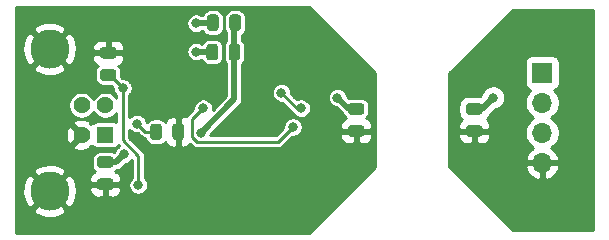
<source format=gbl>
G04 #@! TF.GenerationSoftware,KiCad,Pcbnew,(5.1.6)-1*
G04 #@! TF.CreationDate,2020-09-01T22:28:32+02:00*
G04 #@! TF.ProjectId,UtU,5574552e-6b69-4636-9164-5f7063625858,rev?*
G04 #@! TF.SameCoordinates,Original*
G04 #@! TF.FileFunction,Copper,L2,Bot*
G04 #@! TF.FilePolarity,Positive*
%FSLAX46Y46*%
G04 Gerber Fmt 4.6, Leading zero omitted, Abs format (unit mm)*
G04 Created by KiCad (PCBNEW (5.1.6)-1) date 2020-09-01 22:28:32*
%MOMM*%
%LPD*%
G01*
G04 APERTURE LIST*
G04 #@! TA.AperFunction,ComponentPad*
%ADD10O,1.700000X1.700000*%
G04 #@! TD*
G04 #@! TA.AperFunction,ComponentPad*
%ADD11R,1.700000X1.700000*%
G04 #@! TD*
G04 #@! TA.AperFunction,ComponentPad*
%ADD12C,3.316000*%
G04 #@! TD*
G04 #@! TA.AperFunction,ComponentPad*
%ADD13C,1.428000*%
G04 #@! TD*
G04 #@! TA.AperFunction,ComponentPad*
%ADD14R,1.428000X1.428000*%
G04 #@! TD*
G04 #@! TA.AperFunction,ViaPad*
%ADD15C,0.800000*%
G04 #@! TD*
G04 #@! TA.AperFunction,Conductor*
%ADD16C,0.500000*%
G04 #@! TD*
G04 #@! TA.AperFunction,Conductor*
%ADD17C,0.250000*%
G04 #@! TD*
G04 #@! TA.AperFunction,Conductor*
%ADD18C,0.254000*%
G04 #@! TD*
G04 APERTURE END LIST*
G04 #@! TO.P,R4,2*
G04 #@! TO.N,VCCusb*
G04 #@! TA.AperFunction,SMDPad,CuDef*
G36*
G01*
X123512500Y-57206250D02*
X123512500Y-56293750D01*
G75*
G02*
X123756250Y-56050000I243750J0D01*
G01*
X124243750Y-56050000D01*
G75*
G02*
X124487500Y-56293750I0J-243750D01*
G01*
X124487500Y-57206250D01*
G75*
G02*
X124243750Y-57450000I-243750J0D01*
G01*
X123756250Y-57450000D01*
G75*
G02*
X123512500Y-57206250I0J243750D01*
G01*
G37*
G04 #@! TD.AperFunction*
G04 #@! TO.P,R4,1*
G04 #@! TO.N,Net-(D3-Pad2)*
G04 #@! TA.AperFunction,SMDPad,CuDef*
G36*
G01*
X121637500Y-57206250D02*
X121637500Y-56293750D01*
G75*
G02*
X121881250Y-56050000I243750J0D01*
G01*
X122368750Y-56050000D01*
G75*
G02*
X122612500Y-56293750I0J-243750D01*
G01*
X122612500Y-57206250D01*
G75*
G02*
X122368750Y-57450000I-243750J0D01*
G01*
X121881250Y-57450000D01*
G75*
G02*
X121637500Y-57206250I0J243750D01*
G01*
G37*
G04 #@! TD.AperFunction*
G04 #@! TD*
G04 #@! TO.P,R3,2*
G04 #@! TO.N,VCCusb*
G04 #@! TA.AperFunction,SMDPad,CuDef*
G36*
G01*
X123450000Y-59706250D02*
X123450000Y-58793750D01*
G75*
G02*
X123693750Y-58550000I243750J0D01*
G01*
X124181250Y-58550000D01*
G75*
G02*
X124425000Y-58793750I0J-243750D01*
G01*
X124425000Y-59706250D01*
G75*
G02*
X124181250Y-59950000I-243750J0D01*
G01*
X123693750Y-59950000D01*
G75*
G02*
X123450000Y-59706250I0J243750D01*
G01*
G37*
G04 #@! TD.AperFunction*
G04 #@! TO.P,R3,1*
G04 #@! TO.N,Net-(D2-Pad2)*
G04 #@! TA.AperFunction,SMDPad,CuDef*
G36*
G01*
X121575000Y-59706250D02*
X121575000Y-58793750D01*
G75*
G02*
X121818750Y-58550000I243750J0D01*
G01*
X122306250Y-58550000D01*
G75*
G02*
X122550000Y-58793750I0J-243750D01*
G01*
X122550000Y-59706250D01*
G75*
G02*
X122306250Y-59950000I-243750J0D01*
G01*
X121818750Y-59950000D01*
G75*
G02*
X121575000Y-59706250I0J243750D01*
G01*
G37*
G04 #@! TD.AperFunction*
G04 #@! TD*
D10*
G04 #@! TO.P,J2,4*
G04 #@! TO.N,GND2*
X150000000Y-68620000D03*
G04 #@! TO.P,J2,3*
G04 #@! TO.N,ISOTX*
X150000000Y-66080000D03*
G04 #@! TO.P,J2,2*
G04 #@! TO.N,ISORX*
X150000000Y-63540000D03*
D11*
G04 #@! TO.P,J2,1*
G04 #@! TO.N,Net-(C5-Pad2)*
X150000000Y-61000000D03*
G04 #@! TD*
D12*
G04 #@! TO.P,J1,5*
G04 #@! TO.N,GND1*
X108290000Y-71020000D03*
X108290000Y-58980000D03*
D13*
G04 #@! TO.P,J1,4*
X111000000Y-66250000D03*
G04 #@! TO.P,J1,3*
G04 #@! TO.N,D+*
X111000000Y-63750000D03*
D14*
G04 #@! TO.P,J1,1*
G04 #@! TO.N,Net-(C1-Pad2)*
X113000000Y-66250000D03*
D13*
G04 #@! TO.P,J1,2*
G04 #@! TO.N,D-*
X113000000Y-63750000D03*
G04 #@! TD*
G04 #@! TO.P,C5,2*
G04 #@! TO.N,Net-(C5-Pad2)*
G04 #@! TA.AperFunction,SMDPad,CuDef*
G36*
G01*
X144706250Y-64550000D02*
X143793750Y-64550000D01*
G75*
G02*
X143550000Y-64306250I0J243750D01*
G01*
X143550000Y-63818750D01*
G75*
G02*
X143793750Y-63575000I243750J0D01*
G01*
X144706250Y-63575000D01*
G75*
G02*
X144950000Y-63818750I0J-243750D01*
G01*
X144950000Y-64306250D01*
G75*
G02*
X144706250Y-64550000I-243750J0D01*
G01*
G37*
G04 #@! TD.AperFunction*
G04 #@! TO.P,C5,1*
G04 #@! TO.N,GND2*
G04 #@! TA.AperFunction,SMDPad,CuDef*
G36*
G01*
X144706250Y-66425000D02*
X143793750Y-66425000D01*
G75*
G02*
X143550000Y-66181250I0J243750D01*
G01*
X143550000Y-65693750D01*
G75*
G02*
X143793750Y-65450000I243750J0D01*
G01*
X144706250Y-65450000D01*
G75*
G02*
X144950000Y-65693750I0J-243750D01*
G01*
X144950000Y-66181250D01*
G75*
G02*
X144706250Y-66425000I-243750J0D01*
G01*
G37*
G04 #@! TD.AperFunction*
G04 #@! TD*
G04 #@! TO.P,C4,2*
G04 #@! TO.N,GND1*
G04 #@! TA.AperFunction,SMDPad,CuDef*
G36*
G01*
X113706250Y-59800000D02*
X112793750Y-59800000D01*
G75*
G02*
X112550000Y-59556250I0J243750D01*
G01*
X112550000Y-59068750D01*
G75*
G02*
X112793750Y-58825000I243750J0D01*
G01*
X113706250Y-58825000D01*
G75*
G02*
X113950000Y-59068750I0J-243750D01*
G01*
X113950000Y-59556250D01*
G75*
G02*
X113706250Y-59800000I-243750J0D01*
G01*
G37*
G04 #@! TD.AperFunction*
G04 #@! TO.P,C4,1*
G04 #@! TO.N,D+*
G04 #@! TA.AperFunction,SMDPad,CuDef*
G36*
G01*
X113706250Y-61675000D02*
X112793750Y-61675000D01*
G75*
G02*
X112550000Y-61431250I0J243750D01*
G01*
X112550000Y-60943750D01*
G75*
G02*
X112793750Y-60700000I243750J0D01*
G01*
X113706250Y-60700000D01*
G75*
G02*
X113950000Y-60943750I0J-243750D01*
G01*
X113950000Y-61431250D01*
G75*
G02*
X113706250Y-61675000I-243750J0D01*
G01*
G37*
G04 #@! TD.AperFunction*
G04 #@! TD*
G04 #@! TO.P,C3,2*
G04 #@! TO.N,GND1*
G04 #@! TA.AperFunction,SMDPad,CuDef*
G36*
G01*
X118700000Y-66456250D02*
X118700000Y-65543750D01*
G75*
G02*
X118943750Y-65300000I243750J0D01*
G01*
X119431250Y-65300000D01*
G75*
G02*
X119675000Y-65543750I0J-243750D01*
G01*
X119675000Y-66456250D01*
G75*
G02*
X119431250Y-66700000I-243750J0D01*
G01*
X118943750Y-66700000D01*
G75*
G02*
X118700000Y-66456250I0J243750D01*
G01*
G37*
G04 #@! TD.AperFunction*
G04 #@! TO.P,C3,1*
G04 #@! TO.N,D-*
G04 #@! TA.AperFunction,SMDPad,CuDef*
G36*
G01*
X116825000Y-66456250D02*
X116825000Y-65543750D01*
G75*
G02*
X117068750Y-65300000I243750J0D01*
G01*
X117556250Y-65300000D01*
G75*
G02*
X117800000Y-65543750I0J-243750D01*
G01*
X117800000Y-66456250D01*
G75*
G02*
X117556250Y-66700000I-243750J0D01*
G01*
X117068750Y-66700000D01*
G75*
G02*
X116825000Y-66456250I0J243750D01*
G01*
G37*
G04 #@! TD.AperFunction*
G04 #@! TD*
G04 #@! TO.P,C2,2*
G04 #@! TO.N,GND1*
G04 #@! TA.AperFunction,SMDPad,CuDef*
G36*
G01*
X133793750Y-65450000D02*
X134706250Y-65450000D01*
G75*
G02*
X134950000Y-65693750I0J-243750D01*
G01*
X134950000Y-66181250D01*
G75*
G02*
X134706250Y-66425000I-243750J0D01*
G01*
X133793750Y-66425000D01*
G75*
G02*
X133550000Y-66181250I0J243750D01*
G01*
X133550000Y-65693750D01*
G75*
G02*
X133793750Y-65450000I243750J0D01*
G01*
G37*
G04 #@! TD.AperFunction*
G04 #@! TO.P,C2,1*
G04 #@! TO.N,VCCio*
G04 #@! TA.AperFunction,SMDPad,CuDef*
G36*
G01*
X133793750Y-63575000D02*
X134706250Y-63575000D01*
G75*
G02*
X134950000Y-63818750I0J-243750D01*
G01*
X134950000Y-64306250D01*
G75*
G02*
X134706250Y-64550000I-243750J0D01*
G01*
X133793750Y-64550000D01*
G75*
G02*
X133550000Y-64306250I0J243750D01*
G01*
X133550000Y-63818750D01*
G75*
G02*
X133793750Y-63575000I243750J0D01*
G01*
G37*
G04 #@! TD.AperFunction*
G04 #@! TD*
G04 #@! TO.P,C1,2*
G04 #@! TO.N,Net-(C1-Pad2)*
G04 #@! TA.AperFunction,SMDPad,CuDef*
G36*
G01*
X113456250Y-69050000D02*
X112543750Y-69050000D01*
G75*
G02*
X112300000Y-68806250I0J243750D01*
G01*
X112300000Y-68318750D01*
G75*
G02*
X112543750Y-68075000I243750J0D01*
G01*
X113456250Y-68075000D01*
G75*
G02*
X113700000Y-68318750I0J-243750D01*
G01*
X113700000Y-68806250D01*
G75*
G02*
X113456250Y-69050000I-243750J0D01*
G01*
G37*
G04 #@! TD.AperFunction*
G04 #@! TO.P,C1,1*
G04 #@! TO.N,GND1*
G04 #@! TA.AperFunction,SMDPad,CuDef*
G36*
G01*
X113456250Y-70925000D02*
X112543750Y-70925000D01*
G75*
G02*
X112300000Y-70681250I0J243750D01*
G01*
X112300000Y-70193750D01*
G75*
G02*
X112543750Y-69950000I243750J0D01*
G01*
X113456250Y-69950000D01*
G75*
G02*
X113700000Y-70193750I0J-243750D01*
G01*
X113700000Y-70681250D01*
G75*
G02*
X113456250Y-70925000I-243750J0D01*
G01*
G37*
G04 #@! TD.AperFunction*
G04 #@! TD*
D15*
G04 #@! TO.N,Net-(C1-Pad2)*
X114600000Y-67900000D03*
G04 #@! TO.N,GND1*
X121000000Y-70700000D03*
X132000000Y-61000000D03*
X131000000Y-60000000D03*
X130000000Y-59000000D03*
X129000000Y-58000000D03*
X128000000Y-57000000D03*
X127000000Y-58000000D03*
X126000000Y-59000000D03*
X126000000Y-61000000D03*
X126000000Y-57000000D03*
X115000000Y-57000000D03*
X113000000Y-57000000D03*
X111000000Y-57000000D03*
X111000000Y-61000000D03*
X116000000Y-61000000D03*
X116000000Y-59000000D03*
X108000000Y-67000000D03*
X108000000Y-65000000D03*
X108000000Y-63000000D03*
X111000000Y-73000000D03*
X127000000Y-73000000D03*
X127000000Y-71000000D03*
X127000000Y-69000000D03*
X129000000Y-69000000D03*
X129000000Y-71000000D03*
X129000000Y-73000000D03*
X131000000Y-73000000D03*
X131000000Y-71000000D03*
X131000000Y-69000000D03*
X133000000Y-70000000D03*
G04 #@! TO.N,VCCio*
X132655000Y-63095000D03*
X121300000Y-64000000D03*
X128900000Y-65600000D03*
G04 #@! TO.N,D-*
X115700000Y-65300000D03*
G04 #@! TO.N,D+*
X114500000Y-62300000D03*
X115800000Y-70500000D03*
G04 #@! TO.N,Net-(C5-Pad2)*
X145845000Y-63095000D03*
G04 #@! TO.N,GND2*
X152500000Y-72500000D03*
X152500000Y-70000000D03*
X152500000Y-67500000D03*
X152500000Y-65000000D03*
X152500000Y-62500000D03*
X152500000Y-60000000D03*
X152500000Y-57500000D03*
X150000000Y-57500000D03*
X147500000Y-57500000D03*
X147500000Y-60000000D03*
X145000000Y-60000000D03*
X145000000Y-70000000D03*
X147500000Y-70000000D03*
X147500000Y-72500000D03*
X150000000Y-72500000D03*
X147500000Y-67500000D03*
G04 #@! TO.N,VCCusb*
X121100000Y-66100000D03*
G04 #@! TO.N,Net-(D2-Pad2)*
X120700000Y-59200000D03*
G04 #@! TO.N,Net-(D3-Pad2)*
X120700000Y-56800000D03*
G04 #@! TO.N,RX*
X129600000Y-64000000D03*
X127911924Y-62695385D03*
G04 #@! TD*
D16*
G04 #@! TO.N,Net-(C1-Pad2)*
X113000000Y-68562500D02*
X113937500Y-68562500D01*
X113937500Y-68562500D02*
X114600000Y-67900000D01*
G04 #@! TO.N,VCCio*
X134250000Y-64062500D02*
X133622500Y-64062500D01*
X133622500Y-64062500D02*
X132655000Y-63095000D01*
D17*
X120374999Y-64925001D02*
X120374999Y-66448001D01*
X121300000Y-64000000D02*
X120374999Y-64925001D01*
X120751999Y-66825001D02*
X127674999Y-66825001D01*
X120374999Y-66448001D02*
X120751999Y-66825001D01*
X127674999Y-66825001D02*
X128900000Y-65600000D01*
G04 #@! TO.N,D-*
X117312500Y-66000000D02*
X116400000Y-66000000D01*
X116400000Y-66000000D02*
X115700000Y-65300000D01*
G04 #@! TO.N,D+*
X113250000Y-61187500D02*
X113387500Y-61187500D01*
X113387500Y-61187500D02*
X114500000Y-62300000D01*
X114500000Y-66726998D02*
X114500000Y-62300000D01*
X115800000Y-68026998D02*
X114500000Y-66726998D01*
X115800000Y-70500000D02*
X115800000Y-68026998D01*
D16*
G04 #@! TO.N,Net-(C5-Pad2)*
X144877500Y-64062500D02*
X145845000Y-63095000D01*
X144250000Y-64062500D02*
X144877500Y-64062500D01*
G04 #@! TO.N,VCCusb*
X123937500Y-63262500D02*
X123937500Y-59250000D01*
X121100000Y-66100000D02*
X123937500Y-63262500D01*
X123937500Y-56812500D02*
X124000000Y-56750000D01*
X123937500Y-59250000D02*
X123937500Y-56812500D01*
G04 #@! TO.N,Net-(D2-Pad2)*
X122012500Y-59200000D02*
X122062500Y-59250000D01*
X120700000Y-59200000D02*
X122012500Y-59200000D01*
G04 #@! TO.N,Net-(D3-Pad2)*
X122125000Y-56750000D02*
X120750000Y-56750000D01*
X120750000Y-56750000D02*
X120700000Y-56800000D01*
D17*
G04 #@! TO.N,RX*
X129600000Y-64000000D02*
X129216539Y-64000000D01*
X129216539Y-64000000D02*
X127911924Y-62695385D01*
G04 #@! TD*
D18*
G04 #@! TO.N,GND2*
G36*
X154340001Y-74340000D02*
G01*
X147519606Y-74340000D01*
X142156496Y-68976890D01*
X148558524Y-68976890D01*
X148603175Y-69124099D01*
X148728359Y-69386920D01*
X148902412Y-69620269D01*
X149118645Y-69815178D01*
X149368748Y-69964157D01*
X149643109Y-70061481D01*
X149873000Y-69940814D01*
X149873000Y-68747000D01*
X150127000Y-68747000D01*
X150127000Y-69940814D01*
X150356891Y-70061481D01*
X150631252Y-69964157D01*
X150881355Y-69815178D01*
X151097588Y-69620269D01*
X151271641Y-69386920D01*
X151396825Y-69124099D01*
X151441476Y-68976890D01*
X151320155Y-68747000D01*
X150127000Y-68747000D01*
X149873000Y-68747000D01*
X148679845Y-68747000D01*
X148558524Y-68976890D01*
X142156496Y-68976890D01*
X142127000Y-68947394D01*
X142127000Y-66425000D01*
X142911928Y-66425000D01*
X142924188Y-66549482D01*
X142960498Y-66669180D01*
X143019463Y-66779494D01*
X143098815Y-66876185D01*
X143195506Y-66955537D01*
X143305820Y-67014502D01*
X143425518Y-67050812D01*
X143550000Y-67063072D01*
X143964250Y-67060000D01*
X144123000Y-66901250D01*
X144123000Y-66064500D01*
X144377000Y-66064500D01*
X144377000Y-66901250D01*
X144535750Y-67060000D01*
X144950000Y-67063072D01*
X145074482Y-67050812D01*
X145194180Y-67014502D01*
X145304494Y-66955537D01*
X145401185Y-66876185D01*
X145480537Y-66779494D01*
X145539502Y-66669180D01*
X145575812Y-66549482D01*
X145588072Y-66425000D01*
X145585000Y-66223250D01*
X145426250Y-66064500D01*
X144377000Y-66064500D01*
X144123000Y-66064500D01*
X143073750Y-66064500D01*
X142915000Y-66223250D01*
X142911928Y-66425000D01*
X142127000Y-66425000D01*
X142127000Y-63818750D01*
X142911928Y-63818750D01*
X142911928Y-64306250D01*
X142928872Y-64478285D01*
X142979053Y-64643709D01*
X143060542Y-64796164D01*
X143170208Y-64929792D01*
X143176564Y-64935008D01*
X143098815Y-64998815D01*
X143019463Y-65095506D01*
X142960498Y-65205820D01*
X142924188Y-65325518D01*
X142911928Y-65450000D01*
X142915000Y-65651750D01*
X143073750Y-65810500D01*
X144123000Y-65810500D01*
X144123000Y-65790500D01*
X144377000Y-65790500D01*
X144377000Y-65810500D01*
X145426250Y-65810500D01*
X145585000Y-65651750D01*
X145588072Y-65450000D01*
X145575812Y-65325518D01*
X145539502Y-65205820D01*
X145480537Y-65095506D01*
X145401185Y-64998815D01*
X145323436Y-64935008D01*
X145329792Y-64929792D01*
X145439458Y-64796164D01*
X145487047Y-64707132D01*
X145506317Y-64691317D01*
X145534034Y-64657544D01*
X146090044Y-64101535D01*
X146146898Y-64090226D01*
X146335256Y-64012205D01*
X146504774Y-63898937D01*
X146648937Y-63754774D01*
X146762205Y-63585256D01*
X146840226Y-63396898D01*
X146880000Y-63196939D01*
X146880000Y-62993061D01*
X146840226Y-62793102D01*
X146762205Y-62604744D01*
X146648937Y-62435226D01*
X146504774Y-62291063D01*
X146335256Y-62177795D01*
X146146898Y-62099774D01*
X145946939Y-62060000D01*
X145743061Y-62060000D01*
X145543102Y-62099774D01*
X145354744Y-62177795D01*
X145185226Y-62291063D01*
X145041063Y-62435226D01*
X144927795Y-62604744D01*
X144849774Y-62793102D01*
X144838465Y-62849956D01*
X144747437Y-62940985D01*
X144706250Y-62936928D01*
X143793750Y-62936928D01*
X143621715Y-62953872D01*
X143456291Y-63004053D01*
X143303836Y-63085542D01*
X143170208Y-63195208D01*
X143060542Y-63328836D01*
X142979053Y-63481291D01*
X142928872Y-63646715D01*
X142911928Y-63818750D01*
X142127000Y-63818750D01*
X142127000Y-61052606D01*
X143029606Y-60150000D01*
X148511928Y-60150000D01*
X148511928Y-61850000D01*
X148524188Y-61974482D01*
X148560498Y-62094180D01*
X148619463Y-62204494D01*
X148698815Y-62301185D01*
X148795506Y-62380537D01*
X148905820Y-62439502D01*
X148978380Y-62461513D01*
X148846525Y-62593368D01*
X148684010Y-62836589D01*
X148572068Y-63106842D01*
X148515000Y-63393740D01*
X148515000Y-63686260D01*
X148572068Y-63973158D01*
X148684010Y-64243411D01*
X148846525Y-64486632D01*
X149053368Y-64693475D01*
X149227760Y-64810000D01*
X149053368Y-64926525D01*
X148846525Y-65133368D01*
X148684010Y-65376589D01*
X148572068Y-65646842D01*
X148515000Y-65933740D01*
X148515000Y-66226260D01*
X148572068Y-66513158D01*
X148684010Y-66783411D01*
X148846525Y-67026632D01*
X149053368Y-67233475D01*
X149235534Y-67355195D01*
X149118645Y-67424822D01*
X148902412Y-67619731D01*
X148728359Y-67853080D01*
X148603175Y-68115901D01*
X148558524Y-68263110D01*
X148679845Y-68493000D01*
X149873000Y-68493000D01*
X149873000Y-68473000D01*
X150127000Y-68473000D01*
X150127000Y-68493000D01*
X151320155Y-68493000D01*
X151441476Y-68263110D01*
X151396825Y-68115901D01*
X151271641Y-67853080D01*
X151097588Y-67619731D01*
X150881355Y-67424822D01*
X150764466Y-67355195D01*
X150946632Y-67233475D01*
X151153475Y-67026632D01*
X151315990Y-66783411D01*
X151427932Y-66513158D01*
X151485000Y-66226260D01*
X151485000Y-65933740D01*
X151427932Y-65646842D01*
X151315990Y-65376589D01*
X151153475Y-65133368D01*
X150946632Y-64926525D01*
X150772240Y-64810000D01*
X150946632Y-64693475D01*
X151153475Y-64486632D01*
X151315990Y-64243411D01*
X151427932Y-63973158D01*
X151485000Y-63686260D01*
X151485000Y-63393740D01*
X151427932Y-63106842D01*
X151315990Y-62836589D01*
X151153475Y-62593368D01*
X151021620Y-62461513D01*
X151094180Y-62439502D01*
X151204494Y-62380537D01*
X151301185Y-62301185D01*
X151380537Y-62204494D01*
X151439502Y-62094180D01*
X151475812Y-61974482D01*
X151488072Y-61850000D01*
X151488072Y-60150000D01*
X151475812Y-60025518D01*
X151439502Y-59905820D01*
X151380537Y-59795506D01*
X151301185Y-59698815D01*
X151204494Y-59619463D01*
X151094180Y-59560498D01*
X150974482Y-59524188D01*
X150850000Y-59511928D01*
X149150000Y-59511928D01*
X149025518Y-59524188D01*
X148905820Y-59560498D01*
X148795506Y-59619463D01*
X148698815Y-59698815D01*
X148619463Y-59795506D01*
X148560498Y-59905820D01*
X148524188Y-60025518D01*
X148511928Y-60150000D01*
X143029606Y-60150000D01*
X147519606Y-55660000D01*
X154340000Y-55660000D01*
X154340001Y-74340000D01*
G37*
X154340001Y-74340000D02*
X147519606Y-74340000D01*
X142156496Y-68976890D01*
X148558524Y-68976890D01*
X148603175Y-69124099D01*
X148728359Y-69386920D01*
X148902412Y-69620269D01*
X149118645Y-69815178D01*
X149368748Y-69964157D01*
X149643109Y-70061481D01*
X149873000Y-69940814D01*
X149873000Y-68747000D01*
X150127000Y-68747000D01*
X150127000Y-69940814D01*
X150356891Y-70061481D01*
X150631252Y-69964157D01*
X150881355Y-69815178D01*
X151097588Y-69620269D01*
X151271641Y-69386920D01*
X151396825Y-69124099D01*
X151441476Y-68976890D01*
X151320155Y-68747000D01*
X150127000Y-68747000D01*
X149873000Y-68747000D01*
X148679845Y-68747000D01*
X148558524Y-68976890D01*
X142156496Y-68976890D01*
X142127000Y-68947394D01*
X142127000Y-66425000D01*
X142911928Y-66425000D01*
X142924188Y-66549482D01*
X142960498Y-66669180D01*
X143019463Y-66779494D01*
X143098815Y-66876185D01*
X143195506Y-66955537D01*
X143305820Y-67014502D01*
X143425518Y-67050812D01*
X143550000Y-67063072D01*
X143964250Y-67060000D01*
X144123000Y-66901250D01*
X144123000Y-66064500D01*
X144377000Y-66064500D01*
X144377000Y-66901250D01*
X144535750Y-67060000D01*
X144950000Y-67063072D01*
X145074482Y-67050812D01*
X145194180Y-67014502D01*
X145304494Y-66955537D01*
X145401185Y-66876185D01*
X145480537Y-66779494D01*
X145539502Y-66669180D01*
X145575812Y-66549482D01*
X145588072Y-66425000D01*
X145585000Y-66223250D01*
X145426250Y-66064500D01*
X144377000Y-66064500D01*
X144123000Y-66064500D01*
X143073750Y-66064500D01*
X142915000Y-66223250D01*
X142911928Y-66425000D01*
X142127000Y-66425000D01*
X142127000Y-63818750D01*
X142911928Y-63818750D01*
X142911928Y-64306250D01*
X142928872Y-64478285D01*
X142979053Y-64643709D01*
X143060542Y-64796164D01*
X143170208Y-64929792D01*
X143176564Y-64935008D01*
X143098815Y-64998815D01*
X143019463Y-65095506D01*
X142960498Y-65205820D01*
X142924188Y-65325518D01*
X142911928Y-65450000D01*
X142915000Y-65651750D01*
X143073750Y-65810500D01*
X144123000Y-65810500D01*
X144123000Y-65790500D01*
X144377000Y-65790500D01*
X144377000Y-65810500D01*
X145426250Y-65810500D01*
X145585000Y-65651750D01*
X145588072Y-65450000D01*
X145575812Y-65325518D01*
X145539502Y-65205820D01*
X145480537Y-65095506D01*
X145401185Y-64998815D01*
X145323436Y-64935008D01*
X145329792Y-64929792D01*
X145439458Y-64796164D01*
X145487047Y-64707132D01*
X145506317Y-64691317D01*
X145534034Y-64657544D01*
X146090044Y-64101535D01*
X146146898Y-64090226D01*
X146335256Y-64012205D01*
X146504774Y-63898937D01*
X146648937Y-63754774D01*
X146762205Y-63585256D01*
X146840226Y-63396898D01*
X146880000Y-63196939D01*
X146880000Y-62993061D01*
X146840226Y-62793102D01*
X146762205Y-62604744D01*
X146648937Y-62435226D01*
X146504774Y-62291063D01*
X146335256Y-62177795D01*
X146146898Y-62099774D01*
X145946939Y-62060000D01*
X145743061Y-62060000D01*
X145543102Y-62099774D01*
X145354744Y-62177795D01*
X145185226Y-62291063D01*
X145041063Y-62435226D01*
X144927795Y-62604744D01*
X144849774Y-62793102D01*
X144838465Y-62849956D01*
X144747437Y-62940985D01*
X144706250Y-62936928D01*
X143793750Y-62936928D01*
X143621715Y-62953872D01*
X143456291Y-63004053D01*
X143303836Y-63085542D01*
X143170208Y-63195208D01*
X143060542Y-63328836D01*
X142979053Y-63481291D01*
X142928872Y-63646715D01*
X142911928Y-63818750D01*
X142127000Y-63818750D01*
X142127000Y-61052606D01*
X143029606Y-60150000D01*
X148511928Y-60150000D01*
X148511928Y-61850000D01*
X148524188Y-61974482D01*
X148560498Y-62094180D01*
X148619463Y-62204494D01*
X148698815Y-62301185D01*
X148795506Y-62380537D01*
X148905820Y-62439502D01*
X148978380Y-62461513D01*
X148846525Y-62593368D01*
X148684010Y-62836589D01*
X148572068Y-63106842D01*
X148515000Y-63393740D01*
X148515000Y-63686260D01*
X148572068Y-63973158D01*
X148684010Y-64243411D01*
X148846525Y-64486632D01*
X149053368Y-64693475D01*
X149227760Y-64810000D01*
X149053368Y-64926525D01*
X148846525Y-65133368D01*
X148684010Y-65376589D01*
X148572068Y-65646842D01*
X148515000Y-65933740D01*
X148515000Y-66226260D01*
X148572068Y-66513158D01*
X148684010Y-66783411D01*
X148846525Y-67026632D01*
X149053368Y-67233475D01*
X149235534Y-67355195D01*
X149118645Y-67424822D01*
X148902412Y-67619731D01*
X148728359Y-67853080D01*
X148603175Y-68115901D01*
X148558524Y-68263110D01*
X148679845Y-68493000D01*
X149873000Y-68493000D01*
X149873000Y-68473000D01*
X150127000Y-68473000D01*
X150127000Y-68493000D01*
X151320155Y-68493000D01*
X151441476Y-68263110D01*
X151396825Y-68115901D01*
X151271641Y-67853080D01*
X151097588Y-67619731D01*
X150881355Y-67424822D01*
X150764466Y-67355195D01*
X150946632Y-67233475D01*
X151153475Y-67026632D01*
X151315990Y-66783411D01*
X151427932Y-66513158D01*
X151485000Y-66226260D01*
X151485000Y-65933740D01*
X151427932Y-65646842D01*
X151315990Y-65376589D01*
X151153475Y-65133368D01*
X150946632Y-64926525D01*
X150772240Y-64810000D01*
X150946632Y-64693475D01*
X151153475Y-64486632D01*
X151315990Y-64243411D01*
X151427932Y-63973158D01*
X151485000Y-63686260D01*
X151485000Y-63393740D01*
X151427932Y-63106842D01*
X151315990Y-62836589D01*
X151153475Y-62593368D01*
X151021620Y-62461513D01*
X151094180Y-62439502D01*
X151204494Y-62380537D01*
X151301185Y-62301185D01*
X151380537Y-62204494D01*
X151439502Y-62094180D01*
X151475812Y-61974482D01*
X151488072Y-61850000D01*
X151488072Y-60150000D01*
X151475812Y-60025518D01*
X151439502Y-59905820D01*
X151380537Y-59795506D01*
X151301185Y-59698815D01*
X151204494Y-59619463D01*
X151094180Y-59560498D01*
X150974482Y-59524188D01*
X150850000Y-59511928D01*
X149150000Y-59511928D01*
X149025518Y-59524188D01*
X148905820Y-59560498D01*
X148795506Y-59619463D01*
X148698815Y-59698815D01*
X148619463Y-59795506D01*
X148560498Y-59905820D01*
X148524188Y-60025518D01*
X148511928Y-60150000D01*
X143029606Y-60150000D01*
X147519606Y-55660000D01*
X154340000Y-55660000D01*
X154340001Y-74340000D01*
G04 #@! TO.N,GND1*
G36*
X135873000Y-61052606D02*
G01*
X135873000Y-68947394D01*
X130272394Y-74548000D01*
X105452000Y-74548000D01*
X105452000Y-72624130D01*
X106865475Y-72624130D01*
X107040491Y-72955867D01*
X107442168Y-73162437D01*
X107876428Y-73286674D01*
X108326581Y-73323804D01*
X108775328Y-73272400D01*
X109205424Y-73134438D01*
X109539509Y-72955867D01*
X109714525Y-72624130D01*
X108290000Y-71199605D01*
X106865475Y-72624130D01*
X105452000Y-72624130D01*
X105452000Y-71056581D01*
X105986196Y-71056581D01*
X106037600Y-71505328D01*
X106175562Y-71935424D01*
X106354133Y-72269509D01*
X106685870Y-72444525D01*
X108110395Y-71020000D01*
X108469605Y-71020000D01*
X109894130Y-72444525D01*
X110225867Y-72269509D01*
X110432437Y-71867832D01*
X110556674Y-71433572D01*
X110593804Y-70983419D01*
X110587113Y-70925000D01*
X111661928Y-70925000D01*
X111674188Y-71049482D01*
X111710498Y-71169180D01*
X111769463Y-71279494D01*
X111848815Y-71376185D01*
X111945506Y-71455537D01*
X112055820Y-71514502D01*
X112175518Y-71550812D01*
X112300000Y-71563072D01*
X112714250Y-71560000D01*
X112873000Y-71401250D01*
X112873000Y-70564500D01*
X113127000Y-70564500D01*
X113127000Y-71401250D01*
X113285750Y-71560000D01*
X113700000Y-71563072D01*
X113824482Y-71550812D01*
X113944180Y-71514502D01*
X114054494Y-71455537D01*
X114151185Y-71376185D01*
X114230537Y-71279494D01*
X114289502Y-71169180D01*
X114325812Y-71049482D01*
X114338072Y-70925000D01*
X114335000Y-70723250D01*
X114176250Y-70564500D01*
X113127000Y-70564500D01*
X112873000Y-70564500D01*
X111823750Y-70564500D01*
X111665000Y-70723250D01*
X111661928Y-70925000D01*
X110587113Y-70925000D01*
X110542400Y-70534672D01*
X110404438Y-70104576D01*
X110225867Y-69770491D01*
X109894130Y-69595475D01*
X108469605Y-71020000D01*
X108110395Y-71020000D01*
X106685870Y-69595475D01*
X106354133Y-69770491D01*
X106147563Y-70172168D01*
X106023326Y-70606428D01*
X105986196Y-71056581D01*
X105452000Y-71056581D01*
X105452000Y-69415870D01*
X106865475Y-69415870D01*
X108290000Y-70840395D01*
X109714525Y-69415870D01*
X109539509Y-69084133D01*
X109137832Y-68877563D01*
X108703572Y-68753326D01*
X108253419Y-68716196D01*
X107804672Y-68767600D01*
X107374576Y-68905562D01*
X107040491Y-69084133D01*
X106865475Y-69415870D01*
X105452000Y-69415870D01*
X105452000Y-66323919D01*
X109646489Y-66323919D01*
X109686918Y-66586555D01*
X109777807Y-66836258D01*
X109833530Y-66940509D01*
X110068727Y-67001668D01*
X110820395Y-66250000D01*
X110068727Y-65498332D01*
X109833530Y-65559491D01*
X109721232Y-65800326D01*
X109658076Y-66058441D01*
X109646489Y-66323919D01*
X105452000Y-66323919D01*
X105452000Y-63637621D01*
X109859000Y-63637621D01*
X109859000Y-63862379D01*
X109902848Y-64082817D01*
X109988859Y-64290466D01*
X110113727Y-64477345D01*
X110272655Y-64636273D01*
X110459534Y-64761141D01*
X110667183Y-64847152D01*
X110887621Y-64891000D01*
X111112379Y-64891000D01*
X111332817Y-64847152D01*
X111540466Y-64761141D01*
X111727345Y-64636273D01*
X111886273Y-64477345D01*
X112000000Y-64307140D01*
X112113727Y-64477345D01*
X112272655Y-64636273D01*
X112459534Y-64761141D01*
X112667183Y-64847152D01*
X112887621Y-64891000D01*
X113112379Y-64891000D01*
X113332817Y-64847152D01*
X113540466Y-64761141D01*
X113727345Y-64636273D01*
X113886273Y-64477345D01*
X113948001Y-64384963D01*
X113948000Y-65176906D01*
X113878196Y-65139595D01*
X113797707Y-65115178D01*
X113714000Y-65106934D01*
X112286000Y-65106934D01*
X112202293Y-65115178D01*
X112121804Y-65139595D01*
X112047624Y-65179245D01*
X111982605Y-65232605D01*
X111944803Y-65278667D01*
X111868264Y-65202128D01*
X111751667Y-65318725D01*
X111690509Y-65083530D01*
X111449674Y-64971232D01*
X111191559Y-64908076D01*
X110926081Y-64896489D01*
X110663445Y-64936918D01*
X110413742Y-65027807D01*
X110309491Y-65083530D01*
X110248332Y-65318727D01*
X111000000Y-66070395D01*
X111014143Y-66056253D01*
X111193748Y-66235858D01*
X111179605Y-66250000D01*
X111193748Y-66264143D01*
X111014143Y-66443748D01*
X111000000Y-66429605D01*
X110248332Y-67181273D01*
X110309491Y-67416470D01*
X110550326Y-67528768D01*
X110808441Y-67591924D01*
X111073919Y-67603511D01*
X111336555Y-67563082D01*
X111586258Y-67472193D01*
X111690509Y-67416470D01*
X111751667Y-67181275D01*
X111868264Y-67297872D01*
X111944803Y-67221333D01*
X111982605Y-67267395D01*
X112047624Y-67320755D01*
X112121804Y-67360405D01*
X112202293Y-67384822D01*
X112286000Y-67393066D01*
X113714000Y-67393066D01*
X113797707Y-67384822D01*
X113878196Y-67360405D01*
X113952376Y-67320755D01*
X114017395Y-67267395D01*
X114070755Y-67202376D01*
X114110405Y-67128196D01*
X114112066Y-67122719D01*
X114128856Y-67136498D01*
X114179023Y-67186665D01*
X114072819Y-67257628D01*
X113957628Y-67372819D01*
X113867123Y-67508269D01*
X113804782Y-67658773D01*
X113789131Y-67737454D01*
X113713726Y-67697149D01*
X113587510Y-67658862D01*
X113456250Y-67645934D01*
X112543750Y-67645934D01*
X112412490Y-67658862D01*
X112286274Y-67697149D01*
X112169953Y-67759324D01*
X112067997Y-67842997D01*
X111984324Y-67944953D01*
X111922149Y-68061274D01*
X111883862Y-68187490D01*
X111870934Y-68318750D01*
X111870934Y-68806250D01*
X111883862Y-68937510D01*
X111922149Y-69063726D01*
X111984324Y-69180047D01*
X112067997Y-69282003D01*
X112134545Y-69336617D01*
X112055820Y-69360498D01*
X111945506Y-69419463D01*
X111848815Y-69498815D01*
X111769463Y-69595506D01*
X111710498Y-69705820D01*
X111674188Y-69825518D01*
X111661928Y-69950000D01*
X111665000Y-70151750D01*
X111823750Y-70310500D01*
X112873000Y-70310500D01*
X112873000Y-70290500D01*
X113127000Y-70290500D01*
X113127000Y-70310500D01*
X114176250Y-70310500D01*
X114335000Y-70151750D01*
X114338072Y-69950000D01*
X114325812Y-69825518D01*
X114289502Y-69705820D01*
X114230537Y-69595506D01*
X114151185Y-69498815D01*
X114054494Y-69419463D01*
X113944180Y-69360498D01*
X113865455Y-69336617D01*
X113932003Y-69282003D01*
X113966545Y-69239914D01*
X113970745Y-69239500D01*
X113970752Y-69239500D01*
X114070215Y-69229704D01*
X114197830Y-69190992D01*
X114315441Y-69128128D01*
X114418527Y-69043527D01*
X114439726Y-69017696D01*
X114742582Y-68714840D01*
X114841227Y-68695218D01*
X114991731Y-68632877D01*
X115127181Y-68542372D01*
X115242372Y-68427181D01*
X115248001Y-68418757D01*
X115248000Y-69882447D01*
X115157628Y-69972819D01*
X115067123Y-70108269D01*
X115004782Y-70258773D01*
X114973000Y-70418548D01*
X114973000Y-70581452D01*
X115004782Y-70741227D01*
X115067123Y-70891731D01*
X115157628Y-71027181D01*
X115272819Y-71142372D01*
X115408269Y-71232877D01*
X115558773Y-71295218D01*
X115718548Y-71327000D01*
X115881452Y-71327000D01*
X116041227Y-71295218D01*
X116191731Y-71232877D01*
X116327181Y-71142372D01*
X116442372Y-71027181D01*
X116532877Y-70891731D01*
X116595218Y-70741227D01*
X116627000Y-70581452D01*
X116627000Y-70418548D01*
X116595218Y-70258773D01*
X116532877Y-70108269D01*
X116442372Y-69972819D01*
X116352000Y-69882447D01*
X116352000Y-68054106D01*
X116354670Y-68026998D01*
X116344012Y-67918787D01*
X116312448Y-67814735D01*
X116261191Y-67718840D01*
X116209492Y-67655844D01*
X116209491Y-67655843D01*
X116192211Y-67634787D01*
X116171154Y-67617506D01*
X115052000Y-66498354D01*
X115052000Y-65818758D01*
X115057628Y-65827181D01*
X115172819Y-65942372D01*
X115308269Y-66032877D01*
X115458773Y-66095218D01*
X115618548Y-66127000D01*
X115746355Y-66127000D01*
X115990508Y-66371154D01*
X116007789Y-66392211D01*
X116091842Y-66461191D01*
X116187737Y-66512448D01*
X116291789Y-66544012D01*
X116372891Y-66552000D01*
X116372901Y-66552000D01*
X116399999Y-66554669D01*
X116405573Y-66554120D01*
X116408862Y-66587510D01*
X116447149Y-66713726D01*
X116509324Y-66830047D01*
X116592997Y-66932003D01*
X116694953Y-67015676D01*
X116811274Y-67077851D01*
X116937490Y-67116138D01*
X117068750Y-67129066D01*
X117556250Y-67129066D01*
X117687510Y-67116138D01*
X117813726Y-67077851D01*
X117930047Y-67015676D01*
X118032003Y-66932003D01*
X118086617Y-66865455D01*
X118110498Y-66944180D01*
X118169463Y-67054494D01*
X118248815Y-67151185D01*
X118345506Y-67230537D01*
X118455820Y-67289502D01*
X118575518Y-67325812D01*
X118700000Y-67338072D01*
X118901750Y-67335000D01*
X119060500Y-67176250D01*
X119060500Y-66127000D01*
X119040500Y-66127000D01*
X119040500Y-65873000D01*
X119060500Y-65873000D01*
X119060500Y-64823750D01*
X119314500Y-64823750D01*
X119314500Y-65873000D01*
X119334500Y-65873000D01*
X119334500Y-66127000D01*
X119314500Y-66127000D01*
X119314500Y-67176250D01*
X119473250Y-67335000D01*
X119675000Y-67338072D01*
X119799482Y-67325812D01*
X119919180Y-67289502D01*
X120029494Y-67230537D01*
X120126185Y-67151185D01*
X120203423Y-67057070D01*
X120342507Y-67196155D01*
X120359788Y-67217212D01*
X120380844Y-67234492D01*
X120380845Y-67234493D01*
X120443841Y-67286192D01*
X120539736Y-67337449D01*
X120643788Y-67369013D01*
X120751999Y-67379671D01*
X120779108Y-67377001D01*
X127647893Y-67377001D01*
X127674999Y-67379671D01*
X127702105Y-67377001D01*
X127702108Y-67377001D01*
X127783210Y-67369013D01*
X127887262Y-67337449D01*
X127983157Y-67286192D01*
X128067210Y-67217212D01*
X128084499Y-67196145D01*
X128853645Y-66427000D01*
X128981452Y-66427000D01*
X128991506Y-66425000D01*
X132911928Y-66425000D01*
X132924188Y-66549482D01*
X132960498Y-66669180D01*
X133019463Y-66779494D01*
X133098815Y-66876185D01*
X133195506Y-66955537D01*
X133305820Y-67014502D01*
X133425518Y-67050812D01*
X133550000Y-67063072D01*
X133964250Y-67060000D01*
X134123000Y-66901250D01*
X134123000Y-66064500D01*
X134377000Y-66064500D01*
X134377000Y-66901250D01*
X134535750Y-67060000D01*
X134950000Y-67063072D01*
X135074482Y-67050812D01*
X135194180Y-67014502D01*
X135304494Y-66955537D01*
X135401185Y-66876185D01*
X135480537Y-66779494D01*
X135539502Y-66669180D01*
X135575812Y-66549482D01*
X135588072Y-66425000D01*
X135585000Y-66223250D01*
X135426250Y-66064500D01*
X134377000Y-66064500D01*
X134123000Y-66064500D01*
X133073750Y-66064500D01*
X132915000Y-66223250D01*
X132911928Y-66425000D01*
X128991506Y-66425000D01*
X129141227Y-66395218D01*
X129291731Y-66332877D01*
X129427181Y-66242372D01*
X129542372Y-66127181D01*
X129632877Y-65991731D01*
X129695218Y-65841227D01*
X129727000Y-65681452D01*
X129727000Y-65518548D01*
X129695218Y-65358773D01*
X129632877Y-65208269D01*
X129542372Y-65072819D01*
X129427181Y-64957628D01*
X129291731Y-64867123D01*
X129141227Y-64804782D01*
X128981452Y-64773000D01*
X128818548Y-64773000D01*
X128658773Y-64804782D01*
X128508269Y-64867123D01*
X128372819Y-64957628D01*
X128257628Y-65072819D01*
X128167123Y-65208269D01*
X128104782Y-65358773D01*
X128073000Y-65518548D01*
X128073000Y-65646355D01*
X127446355Y-66273001D01*
X121908789Y-66273001D01*
X121914840Y-66242582D01*
X124392706Y-63764717D01*
X124418526Y-63743527D01*
X124439718Y-63717705D01*
X124439724Y-63717699D01*
X124503128Y-63640441D01*
X124565992Y-63522830D01*
X124604704Y-63395215D01*
X124610363Y-63337757D01*
X124614500Y-63295752D01*
X124614500Y-63295745D01*
X124617774Y-63262500D01*
X124614500Y-63229255D01*
X124614500Y-62613933D01*
X127084924Y-62613933D01*
X127084924Y-62776837D01*
X127116706Y-62936612D01*
X127179047Y-63087116D01*
X127269552Y-63222566D01*
X127384743Y-63337757D01*
X127520193Y-63428262D01*
X127670697Y-63490603D01*
X127830472Y-63522385D01*
X127958279Y-63522385D01*
X128807047Y-64371154D01*
X128824328Y-64392211D01*
X128845384Y-64409491D01*
X128908380Y-64461191D01*
X128916399Y-64465477D01*
X128957628Y-64527181D01*
X129072819Y-64642372D01*
X129208269Y-64732877D01*
X129358773Y-64795218D01*
X129518548Y-64827000D01*
X129681452Y-64827000D01*
X129841227Y-64795218D01*
X129991731Y-64732877D01*
X130127181Y-64642372D01*
X130242372Y-64527181D01*
X130332877Y-64391731D01*
X130395218Y-64241227D01*
X130427000Y-64081452D01*
X130427000Y-63918548D01*
X130395218Y-63758773D01*
X130332877Y-63608269D01*
X130242372Y-63472819D01*
X130127181Y-63357628D01*
X129991731Y-63267123D01*
X129841227Y-63204782D01*
X129681452Y-63173000D01*
X129518548Y-63173000D01*
X129358773Y-63204782D01*
X129247894Y-63250710D01*
X129010732Y-63013548D01*
X131828000Y-63013548D01*
X131828000Y-63176452D01*
X131859782Y-63336227D01*
X131922123Y-63486731D01*
X132012628Y-63622181D01*
X132127819Y-63737372D01*
X132263269Y-63827877D01*
X132413773Y-63890218D01*
X132512418Y-63909840D01*
X133120278Y-64517701D01*
X133141473Y-64543527D01*
X133167299Y-64564722D01*
X133167301Y-64564724D01*
X133176888Y-64572592D01*
X133234324Y-64680047D01*
X133317997Y-64782003D01*
X133384545Y-64836617D01*
X133305820Y-64860498D01*
X133195506Y-64919463D01*
X133098815Y-64998815D01*
X133019463Y-65095506D01*
X132960498Y-65205820D01*
X132924188Y-65325518D01*
X132911928Y-65450000D01*
X132915000Y-65651750D01*
X133073750Y-65810500D01*
X134123000Y-65810500D01*
X134123000Y-65790500D01*
X134377000Y-65790500D01*
X134377000Y-65810500D01*
X135426250Y-65810500D01*
X135585000Y-65651750D01*
X135588072Y-65450000D01*
X135575812Y-65325518D01*
X135539502Y-65205820D01*
X135480537Y-65095506D01*
X135401185Y-64998815D01*
X135304494Y-64919463D01*
X135194180Y-64860498D01*
X135115455Y-64836617D01*
X135182003Y-64782003D01*
X135265676Y-64680047D01*
X135327851Y-64563726D01*
X135366138Y-64437510D01*
X135379066Y-64306250D01*
X135379066Y-63818750D01*
X135366138Y-63687490D01*
X135327851Y-63561274D01*
X135265676Y-63444953D01*
X135182003Y-63342997D01*
X135080047Y-63259324D01*
X134963726Y-63197149D01*
X134837510Y-63158862D01*
X134706250Y-63145934D01*
X133793750Y-63145934D01*
X133675048Y-63157625D01*
X133469840Y-62952418D01*
X133450218Y-62853773D01*
X133387877Y-62703269D01*
X133297372Y-62567819D01*
X133182181Y-62452628D01*
X133046731Y-62362123D01*
X132896227Y-62299782D01*
X132736452Y-62268000D01*
X132573548Y-62268000D01*
X132413773Y-62299782D01*
X132263269Y-62362123D01*
X132127819Y-62452628D01*
X132012628Y-62567819D01*
X131922123Y-62703269D01*
X131859782Y-62853773D01*
X131828000Y-63013548D01*
X129010732Y-63013548D01*
X128738924Y-62741740D01*
X128738924Y-62613933D01*
X128707142Y-62454158D01*
X128644801Y-62303654D01*
X128554296Y-62168204D01*
X128439105Y-62053013D01*
X128303655Y-61962508D01*
X128153151Y-61900167D01*
X127993376Y-61868385D01*
X127830472Y-61868385D01*
X127670697Y-61900167D01*
X127520193Y-61962508D01*
X127384743Y-62053013D01*
X127269552Y-62168204D01*
X127179047Y-62303654D01*
X127116706Y-62454158D01*
X127084924Y-62613933D01*
X124614500Y-62613933D01*
X124614500Y-60216884D01*
X124657003Y-60182003D01*
X124740676Y-60080047D01*
X124802851Y-59963726D01*
X124841138Y-59837510D01*
X124854066Y-59706250D01*
X124854066Y-58793750D01*
X124841138Y-58662490D01*
X124802851Y-58536274D01*
X124740676Y-58419953D01*
X124657003Y-58317997D01*
X124614500Y-58283116D01*
X124614500Y-57767305D01*
X124617547Y-57765676D01*
X124719503Y-57682003D01*
X124803176Y-57580047D01*
X124865351Y-57463726D01*
X124903638Y-57337510D01*
X124916566Y-57206250D01*
X124916566Y-56293750D01*
X124903638Y-56162490D01*
X124865351Y-56036274D01*
X124803176Y-55919953D01*
X124719503Y-55817997D01*
X124617547Y-55734324D01*
X124501226Y-55672149D01*
X124375010Y-55633862D01*
X124243750Y-55620934D01*
X123756250Y-55620934D01*
X123624990Y-55633862D01*
X123498774Y-55672149D01*
X123382453Y-55734324D01*
X123280497Y-55817997D01*
X123196824Y-55919953D01*
X123134649Y-56036274D01*
X123096362Y-56162490D01*
X123083434Y-56293750D01*
X123083434Y-57206250D01*
X123096362Y-57337510D01*
X123134649Y-57463726D01*
X123196824Y-57580047D01*
X123260501Y-57657637D01*
X123260500Y-58283115D01*
X123217997Y-58317997D01*
X123134324Y-58419953D01*
X123072149Y-58536274D01*
X123033862Y-58662490D01*
X123020934Y-58793750D01*
X123020934Y-59706250D01*
X123033862Y-59837510D01*
X123072149Y-59963726D01*
X123134324Y-60080047D01*
X123217997Y-60182003D01*
X123260501Y-60216885D01*
X123260500Y-62982077D01*
X122118526Y-64124051D01*
X122127000Y-64081452D01*
X122127000Y-63918548D01*
X122095218Y-63758773D01*
X122032877Y-63608269D01*
X121942372Y-63472819D01*
X121827181Y-63357628D01*
X121691731Y-63267123D01*
X121541227Y-63204782D01*
X121381452Y-63173000D01*
X121218548Y-63173000D01*
X121058773Y-63204782D01*
X120908269Y-63267123D01*
X120772819Y-63357628D01*
X120657628Y-63472819D01*
X120567123Y-63608269D01*
X120504782Y-63758773D01*
X120473000Y-63918548D01*
X120473000Y-64046355D01*
X120003855Y-64515501D01*
X119982788Y-64532790D01*
X119913808Y-64616843D01*
X119871483Y-64696029D01*
X119799482Y-64674188D01*
X119675000Y-64661928D01*
X119473250Y-64665000D01*
X119314500Y-64823750D01*
X119060500Y-64823750D01*
X118901750Y-64665000D01*
X118700000Y-64661928D01*
X118575518Y-64674188D01*
X118455820Y-64710498D01*
X118345506Y-64769463D01*
X118248815Y-64848815D01*
X118169463Y-64945506D01*
X118110498Y-65055820D01*
X118086617Y-65134545D01*
X118032003Y-65067997D01*
X117930047Y-64984324D01*
X117813726Y-64922149D01*
X117687510Y-64883862D01*
X117556250Y-64870934D01*
X117068750Y-64870934D01*
X116937490Y-64883862D01*
X116811274Y-64922149D01*
X116694953Y-64984324D01*
X116592997Y-65067997D01*
X116515771Y-65162097D01*
X116495218Y-65058773D01*
X116432877Y-64908269D01*
X116342372Y-64772819D01*
X116227181Y-64657628D01*
X116091731Y-64567123D01*
X115941227Y-64504782D01*
X115781452Y-64473000D01*
X115618548Y-64473000D01*
X115458773Y-64504782D01*
X115308269Y-64567123D01*
X115172819Y-64657628D01*
X115057628Y-64772819D01*
X115052000Y-64781242D01*
X115052000Y-62917553D01*
X115142372Y-62827181D01*
X115232877Y-62691731D01*
X115295218Y-62541227D01*
X115327000Y-62381452D01*
X115327000Y-62218548D01*
X115295218Y-62058773D01*
X115232877Y-61908269D01*
X115142372Y-61772819D01*
X115027181Y-61657628D01*
X114891731Y-61567123D01*
X114741227Y-61504782D01*
X114581452Y-61473000D01*
X114453645Y-61473000D01*
X114379066Y-61398421D01*
X114379066Y-60943750D01*
X114366138Y-60812490D01*
X114327851Y-60686274D01*
X114265676Y-60569953D01*
X114182003Y-60467997D01*
X114115455Y-60413383D01*
X114194180Y-60389502D01*
X114304494Y-60330537D01*
X114401185Y-60251185D01*
X114480537Y-60154494D01*
X114539502Y-60044180D01*
X114575812Y-59924482D01*
X114588072Y-59800000D01*
X114585000Y-59598250D01*
X114426250Y-59439500D01*
X113377000Y-59439500D01*
X113377000Y-59459500D01*
X113123000Y-59459500D01*
X113123000Y-59439500D01*
X112073750Y-59439500D01*
X111915000Y-59598250D01*
X111911928Y-59800000D01*
X111924188Y-59924482D01*
X111960498Y-60044180D01*
X112019463Y-60154494D01*
X112098815Y-60251185D01*
X112195506Y-60330537D01*
X112305820Y-60389502D01*
X112384545Y-60413383D01*
X112317997Y-60467997D01*
X112234324Y-60569953D01*
X112172149Y-60686274D01*
X112133862Y-60812490D01*
X112120934Y-60943750D01*
X112120934Y-61431250D01*
X112133862Y-61562510D01*
X112172149Y-61688726D01*
X112234324Y-61805047D01*
X112317997Y-61907003D01*
X112419953Y-61990676D01*
X112536274Y-62052851D01*
X112662490Y-62091138D01*
X112793750Y-62104066D01*
X113523421Y-62104066D01*
X113673000Y-62253645D01*
X113673000Y-62381452D01*
X113704782Y-62541227D01*
X113767123Y-62691731D01*
X113857628Y-62827181D01*
X113948001Y-62917554D01*
X113948001Y-63115038D01*
X113886273Y-63022655D01*
X113727345Y-62863727D01*
X113540466Y-62738859D01*
X113332817Y-62652848D01*
X113112379Y-62609000D01*
X112887621Y-62609000D01*
X112667183Y-62652848D01*
X112459534Y-62738859D01*
X112272655Y-62863727D01*
X112113727Y-63022655D01*
X112000000Y-63192860D01*
X111886273Y-63022655D01*
X111727345Y-62863727D01*
X111540466Y-62738859D01*
X111332817Y-62652848D01*
X111112379Y-62609000D01*
X110887621Y-62609000D01*
X110667183Y-62652848D01*
X110459534Y-62738859D01*
X110272655Y-62863727D01*
X110113727Y-63022655D01*
X109988859Y-63209534D01*
X109902848Y-63417183D01*
X109859000Y-63637621D01*
X105452000Y-63637621D01*
X105452000Y-60584130D01*
X106865475Y-60584130D01*
X107040491Y-60915867D01*
X107442168Y-61122437D01*
X107876428Y-61246674D01*
X108326581Y-61283804D01*
X108775328Y-61232400D01*
X109205424Y-61094438D01*
X109539509Y-60915867D01*
X109714525Y-60584130D01*
X108290000Y-59159605D01*
X106865475Y-60584130D01*
X105452000Y-60584130D01*
X105452000Y-59016581D01*
X105986196Y-59016581D01*
X106037600Y-59465328D01*
X106175562Y-59895424D01*
X106354133Y-60229509D01*
X106685870Y-60404525D01*
X108110395Y-58980000D01*
X108469605Y-58980000D01*
X109894130Y-60404525D01*
X110225867Y-60229509D01*
X110432437Y-59827832D01*
X110556674Y-59393572D01*
X110593804Y-58943419D01*
X110580240Y-58825000D01*
X111911928Y-58825000D01*
X111915000Y-59026750D01*
X112073750Y-59185500D01*
X113123000Y-59185500D01*
X113123000Y-58348750D01*
X113377000Y-58348750D01*
X113377000Y-59185500D01*
X114426250Y-59185500D01*
X114493202Y-59118548D01*
X119873000Y-59118548D01*
X119873000Y-59281452D01*
X119904782Y-59441227D01*
X119967123Y-59591731D01*
X120057628Y-59727181D01*
X120172819Y-59842372D01*
X120308269Y-59932877D01*
X120458773Y-59995218D01*
X120618548Y-60027000D01*
X120781452Y-60027000D01*
X120941227Y-59995218D01*
X121091731Y-59932877D01*
X121171602Y-59879509D01*
X121197149Y-59963726D01*
X121259324Y-60080047D01*
X121342997Y-60182003D01*
X121444953Y-60265676D01*
X121561274Y-60327851D01*
X121687490Y-60366138D01*
X121818750Y-60379066D01*
X122306250Y-60379066D01*
X122437510Y-60366138D01*
X122563726Y-60327851D01*
X122680047Y-60265676D01*
X122782003Y-60182003D01*
X122865676Y-60080047D01*
X122927851Y-59963726D01*
X122966138Y-59837510D01*
X122979066Y-59706250D01*
X122979066Y-58793750D01*
X122966138Y-58662490D01*
X122927851Y-58536274D01*
X122865676Y-58419953D01*
X122782003Y-58317997D01*
X122680047Y-58234324D01*
X122563726Y-58172149D01*
X122437510Y-58133862D01*
X122306250Y-58120934D01*
X121818750Y-58120934D01*
X121687490Y-58133862D01*
X121561274Y-58172149D01*
X121444953Y-58234324D01*
X121342997Y-58317997D01*
X121259324Y-58419953D01*
X121204244Y-58523000D01*
X121175357Y-58523000D01*
X121091731Y-58467123D01*
X120941227Y-58404782D01*
X120781452Y-58373000D01*
X120618548Y-58373000D01*
X120458773Y-58404782D01*
X120308269Y-58467123D01*
X120172819Y-58557628D01*
X120057628Y-58672819D01*
X119967123Y-58808269D01*
X119904782Y-58958773D01*
X119873000Y-59118548D01*
X114493202Y-59118548D01*
X114585000Y-59026750D01*
X114588072Y-58825000D01*
X114575812Y-58700518D01*
X114539502Y-58580820D01*
X114480537Y-58470506D01*
X114401185Y-58373815D01*
X114304494Y-58294463D01*
X114194180Y-58235498D01*
X114074482Y-58199188D01*
X113950000Y-58186928D01*
X113535750Y-58190000D01*
X113377000Y-58348750D01*
X113123000Y-58348750D01*
X112964250Y-58190000D01*
X112550000Y-58186928D01*
X112425518Y-58199188D01*
X112305820Y-58235498D01*
X112195506Y-58294463D01*
X112098815Y-58373815D01*
X112019463Y-58470506D01*
X111960498Y-58580820D01*
X111924188Y-58700518D01*
X111911928Y-58825000D01*
X110580240Y-58825000D01*
X110542400Y-58494672D01*
X110404438Y-58064576D01*
X110225867Y-57730491D01*
X109894130Y-57555475D01*
X108469605Y-58980000D01*
X108110395Y-58980000D01*
X106685870Y-57555475D01*
X106354133Y-57730491D01*
X106147563Y-58132168D01*
X106023326Y-58566428D01*
X105986196Y-59016581D01*
X105452000Y-59016581D01*
X105452000Y-57375870D01*
X106865475Y-57375870D01*
X108290000Y-58800395D01*
X109714525Y-57375870D01*
X109539509Y-57044133D01*
X109137832Y-56837563D01*
X108721826Y-56718548D01*
X119873000Y-56718548D01*
X119873000Y-56881452D01*
X119904782Y-57041227D01*
X119967123Y-57191731D01*
X120057628Y-57327181D01*
X120172819Y-57442372D01*
X120308269Y-57532877D01*
X120458773Y-57595218D01*
X120618548Y-57627000D01*
X120781452Y-57627000D01*
X120941227Y-57595218D01*
X121091731Y-57532877D01*
X121227181Y-57442372D01*
X121242553Y-57427000D01*
X121248508Y-57427000D01*
X121259649Y-57463726D01*
X121321824Y-57580047D01*
X121405497Y-57682003D01*
X121507453Y-57765676D01*
X121623774Y-57827851D01*
X121749990Y-57866138D01*
X121881250Y-57879066D01*
X122368750Y-57879066D01*
X122500010Y-57866138D01*
X122626226Y-57827851D01*
X122742547Y-57765676D01*
X122844503Y-57682003D01*
X122928176Y-57580047D01*
X122990351Y-57463726D01*
X123028638Y-57337510D01*
X123041566Y-57206250D01*
X123041566Y-56293750D01*
X123028638Y-56162490D01*
X122990351Y-56036274D01*
X122928176Y-55919953D01*
X122844503Y-55817997D01*
X122742547Y-55734324D01*
X122626226Y-55672149D01*
X122500010Y-55633862D01*
X122368750Y-55620934D01*
X121881250Y-55620934D01*
X121749990Y-55633862D01*
X121623774Y-55672149D01*
X121507453Y-55734324D01*
X121405497Y-55817997D01*
X121321824Y-55919953D01*
X121259649Y-56036274D01*
X121248508Y-56073000D01*
X121100527Y-56073000D01*
X121091731Y-56067123D01*
X120941227Y-56004782D01*
X120781452Y-55973000D01*
X120618548Y-55973000D01*
X120458773Y-56004782D01*
X120308269Y-56067123D01*
X120172819Y-56157628D01*
X120057628Y-56272819D01*
X119967123Y-56408269D01*
X119904782Y-56558773D01*
X119873000Y-56718548D01*
X108721826Y-56718548D01*
X108703572Y-56713326D01*
X108253419Y-56676196D01*
X107804672Y-56727600D01*
X107374576Y-56865562D01*
X107040491Y-57044133D01*
X106865475Y-57375870D01*
X105452000Y-57375870D01*
X105452000Y-55452000D01*
X130272394Y-55452000D01*
X135873000Y-61052606D01*
G37*
X135873000Y-61052606D02*
X135873000Y-68947394D01*
X130272394Y-74548000D01*
X105452000Y-74548000D01*
X105452000Y-72624130D01*
X106865475Y-72624130D01*
X107040491Y-72955867D01*
X107442168Y-73162437D01*
X107876428Y-73286674D01*
X108326581Y-73323804D01*
X108775328Y-73272400D01*
X109205424Y-73134438D01*
X109539509Y-72955867D01*
X109714525Y-72624130D01*
X108290000Y-71199605D01*
X106865475Y-72624130D01*
X105452000Y-72624130D01*
X105452000Y-71056581D01*
X105986196Y-71056581D01*
X106037600Y-71505328D01*
X106175562Y-71935424D01*
X106354133Y-72269509D01*
X106685870Y-72444525D01*
X108110395Y-71020000D01*
X108469605Y-71020000D01*
X109894130Y-72444525D01*
X110225867Y-72269509D01*
X110432437Y-71867832D01*
X110556674Y-71433572D01*
X110593804Y-70983419D01*
X110587113Y-70925000D01*
X111661928Y-70925000D01*
X111674188Y-71049482D01*
X111710498Y-71169180D01*
X111769463Y-71279494D01*
X111848815Y-71376185D01*
X111945506Y-71455537D01*
X112055820Y-71514502D01*
X112175518Y-71550812D01*
X112300000Y-71563072D01*
X112714250Y-71560000D01*
X112873000Y-71401250D01*
X112873000Y-70564500D01*
X113127000Y-70564500D01*
X113127000Y-71401250D01*
X113285750Y-71560000D01*
X113700000Y-71563072D01*
X113824482Y-71550812D01*
X113944180Y-71514502D01*
X114054494Y-71455537D01*
X114151185Y-71376185D01*
X114230537Y-71279494D01*
X114289502Y-71169180D01*
X114325812Y-71049482D01*
X114338072Y-70925000D01*
X114335000Y-70723250D01*
X114176250Y-70564500D01*
X113127000Y-70564500D01*
X112873000Y-70564500D01*
X111823750Y-70564500D01*
X111665000Y-70723250D01*
X111661928Y-70925000D01*
X110587113Y-70925000D01*
X110542400Y-70534672D01*
X110404438Y-70104576D01*
X110225867Y-69770491D01*
X109894130Y-69595475D01*
X108469605Y-71020000D01*
X108110395Y-71020000D01*
X106685870Y-69595475D01*
X106354133Y-69770491D01*
X106147563Y-70172168D01*
X106023326Y-70606428D01*
X105986196Y-71056581D01*
X105452000Y-71056581D01*
X105452000Y-69415870D01*
X106865475Y-69415870D01*
X108290000Y-70840395D01*
X109714525Y-69415870D01*
X109539509Y-69084133D01*
X109137832Y-68877563D01*
X108703572Y-68753326D01*
X108253419Y-68716196D01*
X107804672Y-68767600D01*
X107374576Y-68905562D01*
X107040491Y-69084133D01*
X106865475Y-69415870D01*
X105452000Y-69415870D01*
X105452000Y-66323919D01*
X109646489Y-66323919D01*
X109686918Y-66586555D01*
X109777807Y-66836258D01*
X109833530Y-66940509D01*
X110068727Y-67001668D01*
X110820395Y-66250000D01*
X110068727Y-65498332D01*
X109833530Y-65559491D01*
X109721232Y-65800326D01*
X109658076Y-66058441D01*
X109646489Y-66323919D01*
X105452000Y-66323919D01*
X105452000Y-63637621D01*
X109859000Y-63637621D01*
X109859000Y-63862379D01*
X109902848Y-64082817D01*
X109988859Y-64290466D01*
X110113727Y-64477345D01*
X110272655Y-64636273D01*
X110459534Y-64761141D01*
X110667183Y-64847152D01*
X110887621Y-64891000D01*
X111112379Y-64891000D01*
X111332817Y-64847152D01*
X111540466Y-64761141D01*
X111727345Y-64636273D01*
X111886273Y-64477345D01*
X112000000Y-64307140D01*
X112113727Y-64477345D01*
X112272655Y-64636273D01*
X112459534Y-64761141D01*
X112667183Y-64847152D01*
X112887621Y-64891000D01*
X113112379Y-64891000D01*
X113332817Y-64847152D01*
X113540466Y-64761141D01*
X113727345Y-64636273D01*
X113886273Y-64477345D01*
X113948001Y-64384963D01*
X113948000Y-65176906D01*
X113878196Y-65139595D01*
X113797707Y-65115178D01*
X113714000Y-65106934D01*
X112286000Y-65106934D01*
X112202293Y-65115178D01*
X112121804Y-65139595D01*
X112047624Y-65179245D01*
X111982605Y-65232605D01*
X111944803Y-65278667D01*
X111868264Y-65202128D01*
X111751667Y-65318725D01*
X111690509Y-65083530D01*
X111449674Y-64971232D01*
X111191559Y-64908076D01*
X110926081Y-64896489D01*
X110663445Y-64936918D01*
X110413742Y-65027807D01*
X110309491Y-65083530D01*
X110248332Y-65318727D01*
X111000000Y-66070395D01*
X111014143Y-66056253D01*
X111193748Y-66235858D01*
X111179605Y-66250000D01*
X111193748Y-66264143D01*
X111014143Y-66443748D01*
X111000000Y-66429605D01*
X110248332Y-67181273D01*
X110309491Y-67416470D01*
X110550326Y-67528768D01*
X110808441Y-67591924D01*
X111073919Y-67603511D01*
X111336555Y-67563082D01*
X111586258Y-67472193D01*
X111690509Y-67416470D01*
X111751667Y-67181275D01*
X111868264Y-67297872D01*
X111944803Y-67221333D01*
X111982605Y-67267395D01*
X112047624Y-67320755D01*
X112121804Y-67360405D01*
X112202293Y-67384822D01*
X112286000Y-67393066D01*
X113714000Y-67393066D01*
X113797707Y-67384822D01*
X113878196Y-67360405D01*
X113952376Y-67320755D01*
X114017395Y-67267395D01*
X114070755Y-67202376D01*
X114110405Y-67128196D01*
X114112066Y-67122719D01*
X114128856Y-67136498D01*
X114179023Y-67186665D01*
X114072819Y-67257628D01*
X113957628Y-67372819D01*
X113867123Y-67508269D01*
X113804782Y-67658773D01*
X113789131Y-67737454D01*
X113713726Y-67697149D01*
X113587510Y-67658862D01*
X113456250Y-67645934D01*
X112543750Y-67645934D01*
X112412490Y-67658862D01*
X112286274Y-67697149D01*
X112169953Y-67759324D01*
X112067997Y-67842997D01*
X111984324Y-67944953D01*
X111922149Y-68061274D01*
X111883862Y-68187490D01*
X111870934Y-68318750D01*
X111870934Y-68806250D01*
X111883862Y-68937510D01*
X111922149Y-69063726D01*
X111984324Y-69180047D01*
X112067997Y-69282003D01*
X112134545Y-69336617D01*
X112055820Y-69360498D01*
X111945506Y-69419463D01*
X111848815Y-69498815D01*
X111769463Y-69595506D01*
X111710498Y-69705820D01*
X111674188Y-69825518D01*
X111661928Y-69950000D01*
X111665000Y-70151750D01*
X111823750Y-70310500D01*
X112873000Y-70310500D01*
X112873000Y-70290500D01*
X113127000Y-70290500D01*
X113127000Y-70310500D01*
X114176250Y-70310500D01*
X114335000Y-70151750D01*
X114338072Y-69950000D01*
X114325812Y-69825518D01*
X114289502Y-69705820D01*
X114230537Y-69595506D01*
X114151185Y-69498815D01*
X114054494Y-69419463D01*
X113944180Y-69360498D01*
X113865455Y-69336617D01*
X113932003Y-69282003D01*
X113966545Y-69239914D01*
X113970745Y-69239500D01*
X113970752Y-69239500D01*
X114070215Y-69229704D01*
X114197830Y-69190992D01*
X114315441Y-69128128D01*
X114418527Y-69043527D01*
X114439726Y-69017696D01*
X114742582Y-68714840D01*
X114841227Y-68695218D01*
X114991731Y-68632877D01*
X115127181Y-68542372D01*
X115242372Y-68427181D01*
X115248001Y-68418757D01*
X115248000Y-69882447D01*
X115157628Y-69972819D01*
X115067123Y-70108269D01*
X115004782Y-70258773D01*
X114973000Y-70418548D01*
X114973000Y-70581452D01*
X115004782Y-70741227D01*
X115067123Y-70891731D01*
X115157628Y-71027181D01*
X115272819Y-71142372D01*
X115408269Y-71232877D01*
X115558773Y-71295218D01*
X115718548Y-71327000D01*
X115881452Y-71327000D01*
X116041227Y-71295218D01*
X116191731Y-71232877D01*
X116327181Y-71142372D01*
X116442372Y-71027181D01*
X116532877Y-70891731D01*
X116595218Y-70741227D01*
X116627000Y-70581452D01*
X116627000Y-70418548D01*
X116595218Y-70258773D01*
X116532877Y-70108269D01*
X116442372Y-69972819D01*
X116352000Y-69882447D01*
X116352000Y-68054106D01*
X116354670Y-68026998D01*
X116344012Y-67918787D01*
X116312448Y-67814735D01*
X116261191Y-67718840D01*
X116209492Y-67655844D01*
X116209491Y-67655843D01*
X116192211Y-67634787D01*
X116171154Y-67617506D01*
X115052000Y-66498354D01*
X115052000Y-65818758D01*
X115057628Y-65827181D01*
X115172819Y-65942372D01*
X115308269Y-66032877D01*
X115458773Y-66095218D01*
X115618548Y-66127000D01*
X115746355Y-66127000D01*
X115990508Y-66371154D01*
X116007789Y-66392211D01*
X116091842Y-66461191D01*
X116187737Y-66512448D01*
X116291789Y-66544012D01*
X116372891Y-66552000D01*
X116372901Y-66552000D01*
X116399999Y-66554669D01*
X116405573Y-66554120D01*
X116408862Y-66587510D01*
X116447149Y-66713726D01*
X116509324Y-66830047D01*
X116592997Y-66932003D01*
X116694953Y-67015676D01*
X116811274Y-67077851D01*
X116937490Y-67116138D01*
X117068750Y-67129066D01*
X117556250Y-67129066D01*
X117687510Y-67116138D01*
X117813726Y-67077851D01*
X117930047Y-67015676D01*
X118032003Y-66932003D01*
X118086617Y-66865455D01*
X118110498Y-66944180D01*
X118169463Y-67054494D01*
X118248815Y-67151185D01*
X118345506Y-67230537D01*
X118455820Y-67289502D01*
X118575518Y-67325812D01*
X118700000Y-67338072D01*
X118901750Y-67335000D01*
X119060500Y-67176250D01*
X119060500Y-66127000D01*
X119040500Y-66127000D01*
X119040500Y-65873000D01*
X119060500Y-65873000D01*
X119060500Y-64823750D01*
X119314500Y-64823750D01*
X119314500Y-65873000D01*
X119334500Y-65873000D01*
X119334500Y-66127000D01*
X119314500Y-66127000D01*
X119314500Y-67176250D01*
X119473250Y-67335000D01*
X119675000Y-67338072D01*
X119799482Y-67325812D01*
X119919180Y-67289502D01*
X120029494Y-67230537D01*
X120126185Y-67151185D01*
X120203423Y-67057070D01*
X120342507Y-67196155D01*
X120359788Y-67217212D01*
X120380844Y-67234492D01*
X120380845Y-67234493D01*
X120443841Y-67286192D01*
X120539736Y-67337449D01*
X120643788Y-67369013D01*
X120751999Y-67379671D01*
X120779108Y-67377001D01*
X127647893Y-67377001D01*
X127674999Y-67379671D01*
X127702105Y-67377001D01*
X127702108Y-67377001D01*
X127783210Y-67369013D01*
X127887262Y-67337449D01*
X127983157Y-67286192D01*
X128067210Y-67217212D01*
X128084499Y-67196145D01*
X128853645Y-66427000D01*
X128981452Y-66427000D01*
X128991506Y-66425000D01*
X132911928Y-66425000D01*
X132924188Y-66549482D01*
X132960498Y-66669180D01*
X133019463Y-66779494D01*
X133098815Y-66876185D01*
X133195506Y-66955537D01*
X133305820Y-67014502D01*
X133425518Y-67050812D01*
X133550000Y-67063072D01*
X133964250Y-67060000D01*
X134123000Y-66901250D01*
X134123000Y-66064500D01*
X134377000Y-66064500D01*
X134377000Y-66901250D01*
X134535750Y-67060000D01*
X134950000Y-67063072D01*
X135074482Y-67050812D01*
X135194180Y-67014502D01*
X135304494Y-66955537D01*
X135401185Y-66876185D01*
X135480537Y-66779494D01*
X135539502Y-66669180D01*
X135575812Y-66549482D01*
X135588072Y-66425000D01*
X135585000Y-66223250D01*
X135426250Y-66064500D01*
X134377000Y-66064500D01*
X134123000Y-66064500D01*
X133073750Y-66064500D01*
X132915000Y-66223250D01*
X132911928Y-66425000D01*
X128991506Y-66425000D01*
X129141227Y-66395218D01*
X129291731Y-66332877D01*
X129427181Y-66242372D01*
X129542372Y-66127181D01*
X129632877Y-65991731D01*
X129695218Y-65841227D01*
X129727000Y-65681452D01*
X129727000Y-65518548D01*
X129695218Y-65358773D01*
X129632877Y-65208269D01*
X129542372Y-65072819D01*
X129427181Y-64957628D01*
X129291731Y-64867123D01*
X129141227Y-64804782D01*
X128981452Y-64773000D01*
X128818548Y-64773000D01*
X128658773Y-64804782D01*
X128508269Y-64867123D01*
X128372819Y-64957628D01*
X128257628Y-65072819D01*
X128167123Y-65208269D01*
X128104782Y-65358773D01*
X128073000Y-65518548D01*
X128073000Y-65646355D01*
X127446355Y-66273001D01*
X121908789Y-66273001D01*
X121914840Y-66242582D01*
X124392706Y-63764717D01*
X124418526Y-63743527D01*
X124439718Y-63717705D01*
X124439724Y-63717699D01*
X124503128Y-63640441D01*
X124565992Y-63522830D01*
X124604704Y-63395215D01*
X124610363Y-63337757D01*
X124614500Y-63295752D01*
X124614500Y-63295745D01*
X124617774Y-63262500D01*
X124614500Y-63229255D01*
X124614500Y-62613933D01*
X127084924Y-62613933D01*
X127084924Y-62776837D01*
X127116706Y-62936612D01*
X127179047Y-63087116D01*
X127269552Y-63222566D01*
X127384743Y-63337757D01*
X127520193Y-63428262D01*
X127670697Y-63490603D01*
X127830472Y-63522385D01*
X127958279Y-63522385D01*
X128807047Y-64371154D01*
X128824328Y-64392211D01*
X128845384Y-64409491D01*
X128908380Y-64461191D01*
X128916399Y-64465477D01*
X128957628Y-64527181D01*
X129072819Y-64642372D01*
X129208269Y-64732877D01*
X129358773Y-64795218D01*
X129518548Y-64827000D01*
X129681452Y-64827000D01*
X129841227Y-64795218D01*
X129991731Y-64732877D01*
X130127181Y-64642372D01*
X130242372Y-64527181D01*
X130332877Y-64391731D01*
X130395218Y-64241227D01*
X130427000Y-64081452D01*
X130427000Y-63918548D01*
X130395218Y-63758773D01*
X130332877Y-63608269D01*
X130242372Y-63472819D01*
X130127181Y-63357628D01*
X129991731Y-63267123D01*
X129841227Y-63204782D01*
X129681452Y-63173000D01*
X129518548Y-63173000D01*
X129358773Y-63204782D01*
X129247894Y-63250710D01*
X129010732Y-63013548D01*
X131828000Y-63013548D01*
X131828000Y-63176452D01*
X131859782Y-63336227D01*
X131922123Y-63486731D01*
X132012628Y-63622181D01*
X132127819Y-63737372D01*
X132263269Y-63827877D01*
X132413773Y-63890218D01*
X132512418Y-63909840D01*
X133120278Y-64517701D01*
X133141473Y-64543527D01*
X133167299Y-64564722D01*
X133167301Y-64564724D01*
X133176888Y-64572592D01*
X133234324Y-64680047D01*
X133317997Y-64782003D01*
X133384545Y-64836617D01*
X133305820Y-64860498D01*
X133195506Y-64919463D01*
X133098815Y-64998815D01*
X133019463Y-65095506D01*
X132960498Y-65205820D01*
X132924188Y-65325518D01*
X132911928Y-65450000D01*
X132915000Y-65651750D01*
X133073750Y-65810500D01*
X134123000Y-65810500D01*
X134123000Y-65790500D01*
X134377000Y-65790500D01*
X134377000Y-65810500D01*
X135426250Y-65810500D01*
X135585000Y-65651750D01*
X135588072Y-65450000D01*
X135575812Y-65325518D01*
X135539502Y-65205820D01*
X135480537Y-65095506D01*
X135401185Y-64998815D01*
X135304494Y-64919463D01*
X135194180Y-64860498D01*
X135115455Y-64836617D01*
X135182003Y-64782003D01*
X135265676Y-64680047D01*
X135327851Y-64563726D01*
X135366138Y-64437510D01*
X135379066Y-64306250D01*
X135379066Y-63818750D01*
X135366138Y-63687490D01*
X135327851Y-63561274D01*
X135265676Y-63444953D01*
X135182003Y-63342997D01*
X135080047Y-63259324D01*
X134963726Y-63197149D01*
X134837510Y-63158862D01*
X134706250Y-63145934D01*
X133793750Y-63145934D01*
X133675048Y-63157625D01*
X133469840Y-62952418D01*
X133450218Y-62853773D01*
X133387877Y-62703269D01*
X133297372Y-62567819D01*
X133182181Y-62452628D01*
X133046731Y-62362123D01*
X132896227Y-62299782D01*
X132736452Y-62268000D01*
X132573548Y-62268000D01*
X132413773Y-62299782D01*
X132263269Y-62362123D01*
X132127819Y-62452628D01*
X132012628Y-62567819D01*
X131922123Y-62703269D01*
X131859782Y-62853773D01*
X131828000Y-63013548D01*
X129010732Y-63013548D01*
X128738924Y-62741740D01*
X128738924Y-62613933D01*
X128707142Y-62454158D01*
X128644801Y-62303654D01*
X128554296Y-62168204D01*
X128439105Y-62053013D01*
X128303655Y-61962508D01*
X128153151Y-61900167D01*
X127993376Y-61868385D01*
X127830472Y-61868385D01*
X127670697Y-61900167D01*
X127520193Y-61962508D01*
X127384743Y-62053013D01*
X127269552Y-62168204D01*
X127179047Y-62303654D01*
X127116706Y-62454158D01*
X127084924Y-62613933D01*
X124614500Y-62613933D01*
X124614500Y-60216884D01*
X124657003Y-60182003D01*
X124740676Y-60080047D01*
X124802851Y-59963726D01*
X124841138Y-59837510D01*
X124854066Y-59706250D01*
X124854066Y-58793750D01*
X124841138Y-58662490D01*
X124802851Y-58536274D01*
X124740676Y-58419953D01*
X124657003Y-58317997D01*
X124614500Y-58283116D01*
X124614500Y-57767305D01*
X124617547Y-57765676D01*
X124719503Y-57682003D01*
X124803176Y-57580047D01*
X124865351Y-57463726D01*
X124903638Y-57337510D01*
X124916566Y-57206250D01*
X124916566Y-56293750D01*
X124903638Y-56162490D01*
X124865351Y-56036274D01*
X124803176Y-55919953D01*
X124719503Y-55817997D01*
X124617547Y-55734324D01*
X124501226Y-55672149D01*
X124375010Y-55633862D01*
X124243750Y-55620934D01*
X123756250Y-55620934D01*
X123624990Y-55633862D01*
X123498774Y-55672149D01*
X123382453Y-55734324D01*
X123280497Y-55817997D01*
X123196824Y-55919953D01*
X123134649Y-56036274D01*
X123096362Y-56162490D01*
X123083434Y-56293750D01*
X123083434Y-57206250D01*
X123096362Y-57337510D01*
X123134649Y-57463726D01*
X123196824Y-57580047D01*
X123260501Y-57657637D01*
X123260500Y-58283115D01*
X123217997Y-58317997D01*
X123134324Y-58419953D01*
X123072149Y-58536274D01*
X123033862Y-58662490D01*
X123020934Y-58793750D01*
X123020934Y-59706250D01*
X123033862Y-59837510D01*
X123072149Y-59963726D01*
X123134324Y-60080047D01*
X123217997Y-60182003D01*
X123260501Y-60216885D01*
X123260500Y-62982077D01*
X122118526Y-64124051D01*
X122127000Y-64081452D01*
X122127000Y-63918548D01*
X122095218Y-63758773D01*
X122032877Y-63608269D01*
X121942372Y-63472819D01*
X121827181Y-63357628D01*
X121691731Y-63267123D01*
X121541227Y-63204782D01*
X121381452Y-63173000D01*
X121218548Y-63173000D01*
X121058773Y-63204782D01*
X120908269Y-63267123D01*
X120772819Y-63357628D01*
X120657628Y-63472819D01*
X120567123Y-63608269D01*
X120504782Y-63758773D01*
X120473000Y-63918548D01*
X120473000Y-64046355D01*
X120003855Y-64515501D01*
X119982788Y-64532790D01*
X119913808Y-64616843D01*
X119871483Y-64696029D01*
X119799482Y-64674188D01*
X119675000Y-64661928D01*
X119473250Y-64665000D01*
X119314500Y-64823750D01*
X119060500Y-64823750D01*
X118901750Y-64665000D01*
X118700000Y-64661928D01*
X118575518Y-64674188D01*
X118455820Y-64710498D01*
X118345506Y-64769463D01*
X118248815Y-64848815D01*
X118169463Y-64945506D01*
X118110498Y-65055820D01*
X118086617Y-65134545D01*
X118032003Y-65067997D01*
X117930047Y-64984324D01*
X117813726Y-64922149D01*
X117687510Y-64883862D01*
X117556250Y-64870934D01*
X117068750Y-64870934D01*
X116937490Y-64883862D01*
X116811274Y-64922149D01*
X116694953Y-64984324D01*
X116592997Y-65067997D01*
X116515771Y-65162097D01*
X116495218Y-65058773D01*
X116432877Y-64908269D01*
X116342372Y-64772819D01*
X116227181Y-64657628D01*
X116091731Y-64567123D01*
X115941227Y-64504782D01*
X115781452Y-64473000D01*
X115618548Y-64473000D01*
X115458773Y-64504782D01*
X115308269Y-64567123D01*
X115172819Y-64657628D01*
X115057628Y-64772819D01*
X115052000Y-64781242D01*
X115052000Y-62917553D01*
X115142372Y-62827181D01*
X115232877Y-62691731D01*
X115295218Y-62541227D01*
X115327000Y-62381452D01*
X115327000Y-62218548D01*
X115295218Y-62058773D01*
X115232877Y-61908269D01*
X115142372Y-61772819D01*
X115027181Y-61657628D01*
X114891731Y-61567123D01*
X114741227Y-61504782D01*
X114581452Y-61473000D01*
X114453645Y-61473000D01*
X114379066Y-61398421D01*
X114379066Y-60943750D01*
X114366138Y-60812490D01*
X114327851Y-60686274D01*
X114265676Y-60569953D01*
X114182003Y-60467997D01*
X114115455Y-60413383D01*
X114194180Y-60389502D01*
X114304494Y-60330537D01*
X114401185Y-60251185D01*
X114480537Y-60154494D01*
X114539502Y-60044180D01*
X114575812Y-59924482D01*
X114588072Y-59800000D01*
X114585000Y-59598250D01*
X114426250Y-59439500D01*
X113377000Y-59439500D01*
X113377000Y-59459500D01*
X113123000Y-59459500D01*
X113123000Y-59439500D01*
X112073750Y-59439500D01*
X111915000Y-59598250D01*
X111911928Y-59800000D01*
X111924188Y-59924482D01*
X111960498Y-60044180D01*
X112019463Y-60154494D01*
X112098815Y-60251185D01*
X112195506Y-60330537D01*
X112305820Y-60389502D01*
X112384545Y-60413383D01*
X112317997Y-60467997D01*
X112234324Y-60569953D01*
X112172149Y-60686274D01*
X112133862Y-60812490D01*
X112120934Y-60943750D01*
X112120934Y-61431250D01*
X112133862Y-61562510D01*
X112172149Y-61688726D01*
X112234324Y-61805047D01*
X112317997Y-61907003D01*
X112419953Y-61990676D01*
X112536274Y-62052851D01*
X112662490Y-62091138D01*
X112793750Y-62104066D01*
X113523421Y-62104066D01*
X113673000Y-62253645D01*
X113673000Y-62381452D01*
X113704782Y-62541227D01*
X113767123Y-62691731D01*
X113857628Y-62827181D01*
X113948001Y-62917554D01*
X113948001Y-63115038D01*
X113886273Y-63022655D01*
X113727345Y-62863727D01*
X113540466Y-62738859D01*
X113332817Y-62652848D01*
X113112379Y-62609000D01*
X112887621Y-62609000D01*
X112667183Y-62652848D01*
X112459534Y-62738859D01*
X112272655Y-62863727D01*
X112113727Y-63022655D01*
X112000000Y-63192860D01*
X111886273Y-63022655D01*
X111727345Y-62863727D01*
X111540466Y-62738859D01*
X111332817Y-62652848D01*
X111112379Y-62609000D01*
X110887621Y-62609000D01*
X110667183Y-62652848D01*
X110459534Y-62738859D01*
X110272655Y-62863727D01*
X110113727Y-63022655D01*
X109988859Y-63209534D01*
X109902848Y-63417183D01*
X109859000Y-63637621D01*
X105452000Y-63637621D01*
X105452000Y-60584130D01*
X106865475Y-60584130D01*
X107040491Y-60915867D01*
X107442168Y-61122437D01*
X107876428Y-61246674D01*
X108326581Y-61283804D01*
X108775328Y-61232400D01*
X109205424Y-61094438D01*
X109539509Y-60915867D01*
X109714525Y-60584130D01*
X108290000Y-59159605D01*
X106865475Y-60584130D01*
X105452000Y-60584130D01*
X105452000Y-59016581D01*
X105986196Y-59016581D01*
X106037600Y-59465328D01*
X106175562Y-59895424D01*
X106354133Y-60229509D01*
X106685870Y-60404525D01*
X108110395Y-58980000D01*
X108469605Y-58980000D01*
X109894130Y-60404525D01*
X110225867Y-60229509D01*
X110432437Y-59827832D01*
X110556674Y-59393572D01*
X110593804Y-58943419D01*
X110580240Y-58825000D01*
X111911928Y-58825000D01*
X111915000Y-59026750D01*
X112073750Y-59185500D01*
X113123000Y-59185500D01*
X113123000Y-58348750D01*
X113377000Y-58348750D01*
X113377000Y-59185500D01*
X114426250Y-59185500D01*
X114493202Y-59118548D01*
X119873000Y-59118548D01*
X119873000Y-59281452D01*
X119904782Y-59441227D01*
X119967123Y-59591731D01*
X120057628Y-59727181D01*
X120172819Y-59842372D01*
X120308269Y-59932877D01*
X120458773Y-59995218D01*
X120618548Y-60027000D01*
X120781452Y-60027000D01*
X120941227Y-59995218D01*
X121091731Y-59932877D01*
X121171602Y-59879509D01*
X121197149Y-59963726D01*
X121259324Y-60080047D01*
X121342997Y-60182003D01*
X121444953Y-60265676D01*
X121561274Y-60327851D01*
X121687490Y-60366138D01*
X121818750Y-60379066D01*
X122306250Y-60379066D01*
X122437510Y-60366138D01*
X122563726Y-60327851D01*
X122680047Y-60265676D01*
X122782003Y-60182003D01*
X122865676Y-60080047D01*
X122927851Y-59963726D01*
X122966138Y-59837510D01*
X122979066Y-59706250D01*
X122979066Y-58793750D01*
X122966138Y-58662490D01*
X122927851Y-58536274D01*
X122865676Y-58419953D01*
X122782003Y-58317997D01*
X122680047Y-58234324D01*
X122563726Y-58172149D01*
X122437510Y-58133862D01*
X122306250Y-58120934D01*
X121818750Y-58120934D01*
X121687490Y-58133862D01*
X121561274Y-58172149D01*
X121444953Y-58234324D01*
X121342997Y-58317997D01*
X121259324Y-58419953D01*
X121204244Y-58523000D01*
X121175357Y-58523000D01*
X121091731Y-58467123D01*
X120941227Y-58404782D01*
X120781452Y-58373000D01*
X120618548Y-58373000D01*
X120458773Y-58404782D01*
X120308269Y-58467123D01*
X120172819Y-58557628D01*
X120057628Y-58672819D01*
X119967123Y-58808269D01*
X119904782Y-58958773D01*
X119873000Y-59118548D01*
X114493202Y-59118548D01*
X114585000Y-59026750D01*
X114588072Y-58825000D01*
X114575812Y-58700518D01*
X114539502Y-58580820D01*
X114480537Y-58470506D01*
X114401185Y-58373815D01*
X114304494Y-58294463D01*
X114194180Y-58235498D01*
X114074482Y-58199188D01*
X113950000Y-58186928D01*
X113535750Y-58190000D01*
X113377000Y-58348750D01*
X113123000Y-58348750D01*
X112964250Y-58190000D01*
X112550000Y-58186928D01*
X112425518Y-58199188D01*
X112305820Y-58235498D01*
X112195506Y-58294463D01*
X112098815Y-58373815D01*
X112019463Y-58470506D01*
X111960498Y-58580820D01*
X111924188Y-58700518D01*
X111911928Y-58825000D01*
X110580240Y-58825000D01*
X110542400Y-58494672D01*
X110404438Y-58064576D01*
X110225867Y-57730491D01*
X109894130Y-57555475D01*
X108469605Y-58980000D01*
X108110395Y-58980000D01*
X106685870Y-57555475D01*
X106354133Y-57730491D01*
X106147563Y-58132168D01*
X106023326Y-58566428D01*
X105986196Y-59016581D01*
X105452000Y-59016581D01*
X105452000Y-57375870D01*
X106865475Y-57375870D01*
X108290000Y-58800395D01*
X109714525Y-57375870D01*
X109539509Y-57044133D01*
X109137832Y-56837563D01*
X108721826Y-56718548D01*
X119873000Y-56718548D01*
X119873000Y-56881452D01*
X119904782Y-57041227D01*
X119967123Y-57191731D01*
X120057628Y-57327181D01*
X120172819Y-57442372D01*
X120308269Y-57532877D01*
X120458773Y-57595218D01*
X120618548Y-57627000D01*
X120781452Y-57627000D01*
X120941227Y-57595218D01*
X121091731Y-57532877D01*
X121227181Y-57442372D01*
X121242553Y-57427000D01*
X121248508Y-57427000D01*
X121259649Y-57463726D01*
X121321824Y-57580047D01*
X121405497Y-57682003D01*
X121507453Y-57765676D01*
X121623774Y-57827851D01*
X121749990Y-57866138D01*
X121881250Y-57879066D01*
X122368750Y-57879066D01*
X122500010Y-57866138D01*
X122626226Y-57827851D01*
X122742547Y-57765676D01*
X122844503Y-57682003D01*
X122928176Y-57580047D01*
X122990351Y-57463726D01*
X123028638Y-57337510D01*
X123041566Y-57206250D01*
X123041566Y-56293750D01*
X123028638Y-56162490D01*
X122990351Y-56036274D01*
X122928176Y-55919953D01*
X122844503Y-55817997D01*
X122742547Y-55734324D01*
X122626226Y-55672149D01*
X122500010Y-55633862D01*
X122368750Y-55620934D01*
X121881250Y-55620934D01*
X121749990Y-55633862D01*
X121623774Y-55672149D01*
X121507453Y-55734324D01*
X121405497Y-55817997D01*
X121321824Y-55919953D01*
X121259649Y-56036274D01*
X121248508Y-56073000D01*
X121100527Y-56073000D01*
X121091731Y-56067123D01*
X120941227Y-56004782D01*
X120781452Y-55973000D01*
X120618548Y-55973000D01*
X120458773Y-56004782D01*
X120308269Y-56067123D01*
X120172819Y-56157628D01*
X120057628Y-56272819D01*
X119967123Y-56408269D01*
X119904782Y-56558773D01*
X119873000Y-56718548D01*
X108721826Y-56718548D01*
X108703572Y-56713326D01*
X108253419Y-56676196D01*
X107804672Y-56727600D01*
X107374576Y-56865562D01*
X107040491Y-57044133D01*
X106865475Y-57375870D01*
X105452000Y-57375870D01*
X105452000Y-55452000D01*
X130272394Y-55452000D01*
X135873000Y-61052606D01*
G04 #@! TD*
M02*

</source>
